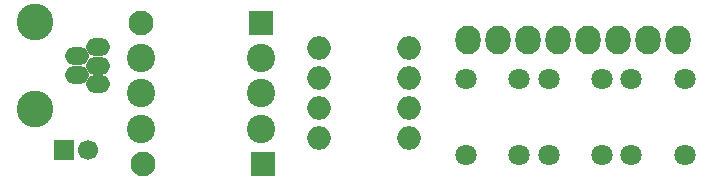
<source format=gbr>
G04 #@! TF.FileFunction,Soldermask,Top*
%FSLAX46Y46*%
G04 Gerber Fmt 4.6, Leading zero omitted, Abs format (unit mm)*
G04 Created by KiCad (PCBNEW 4.0.0-rc1-stable) date 3/16/2016 3:52:32 PM*
%MOMM*%
G01*
G04 APERTURE LIST*
%ADD10C,0.100000*%
%ADD11O,2.000000X2.000000*%
%ADD12O,2.127200X2.432000*%
%ADD13R,1.700000X1.700000*%
%ADD14C,1.700000*%
%ADD15C,2.099260*%
%ADD16R,2.099260X2.099260*%
%ADD17C,2.398980*%
%ADD18C,1.797000*%
%ADD19C,3.100000*%
%ADD20O,2.050000X1.500000*%
G04 APERTURE END LIST*
D10*
D11*
X125550000Y-85440000D03*
X125550000Y-87980000D03*
X125550000Y-90520000D03*
X125550000Y-93060000D03*
X133170000Y-93060000D03*
X133170000Y-90520000D03*
X133170000Y-87980000D03*
X133170000Y-85440000D03*
D12*
X140710000Y-84750000D03*
X143250000Y-84750000D03*
X145790000Y-84750000D03*
X148330000Y-84750000D03*
X150870000Y-84750000D03*
X153410000Y-84750000D03*
X155950000Y-84750000D03*
X138170000Y-84750000D03*
D13*
X104000000Y-94000000D03*
D14*
X106000000Y-94000000D03*
D15*
X110620000Y-95250000D03*
D16*
X120780000Y-95250000D03*
D15*
X110500000Y-83250000D03*
D16*
X120660000Y-83250000D03*
D17*
X120660000Y-92250000D03*
X110500000Y-92250000D03*
X120660000Y-89250000D03*
X110500000Y-89250000D03*
X120660000Y-86250000D03*
X110500000Y-86250000D03*
D18*
X152000000Y-88000000D03*
X156500000Y-88000000D03*
X152000000Y-94500000D03*
X156500000Y-94500000D03*
X145000000Y-88000000D03*
X149500000Y-88000000D03*
X145000000Y-94500000D03*
X149500000Y-94500000D03*
X138000000Y-88000000D03*
X142500000Y-88000000D03*
X138000000Y-94500000D03*
X142500000Y-94500000D03*
D19*
X101530000Y-90540000D03*
X101530000Y-83240000D03*
D20*
X106855000Y-86890000D03*
X106855000Y-85290000D03*
X106855000Y-88490000D03*
X105105000Y-87690000D03*
X105105000Y-86090000D03*
M02*

</source>
